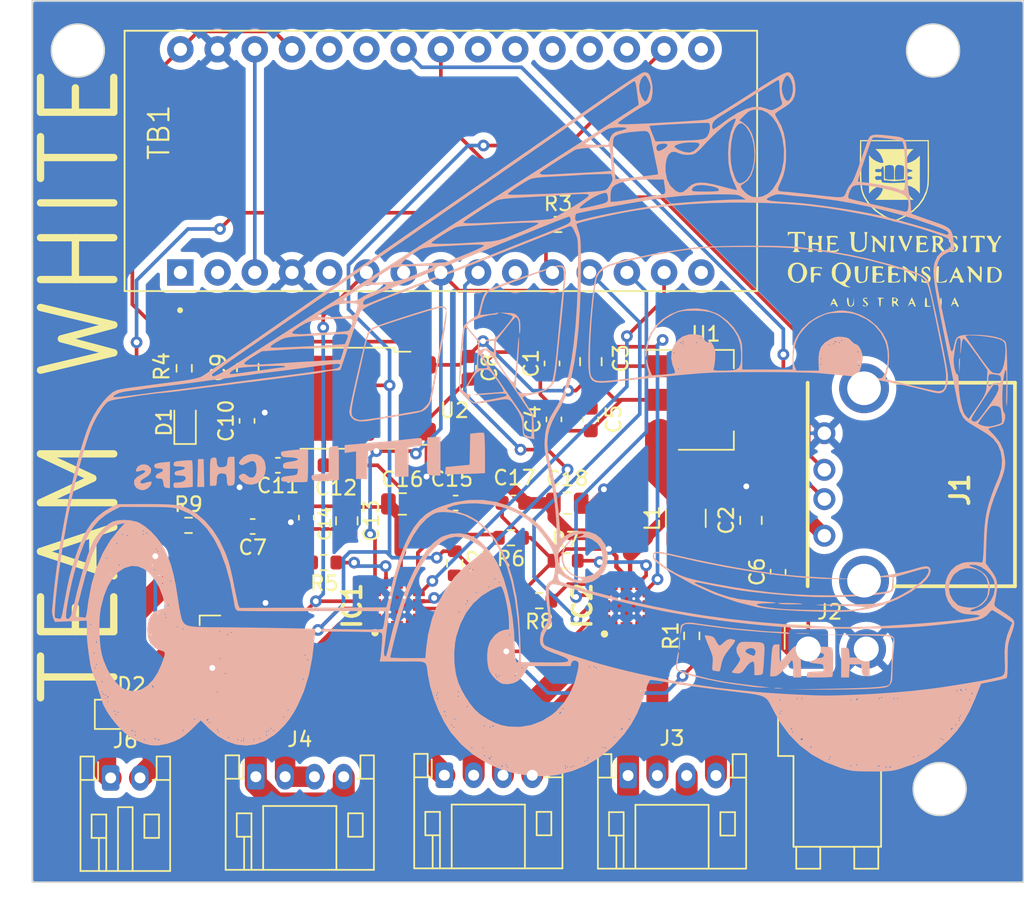
<source format=kicad_pcb>
(kicad_pcb (version 20221018) (generator pcbnew)
  (layers (0 "F.Cu" signal) (31 "B.Cu" signal) (34 "B.Paste" user) (35 "F.Paste" user) (36 "B.SilkS" user "B.Silkscreen") (37 "F.SilkS" user "F.Silkscreen") (38 "B.Mask" user) (39 "F.Mask" user) (44 "Edge.Cuts" user))
  (net 0 "")
  (net 1 "Net-(D1-A)")
  (net 2 "GND")
  (net 3 "+5V")
  (net 4 "3V3")
  (net 5 "7.2V Filtered")
  (net 6 "+7.2V")
  (net 7 "B1-")
  (net 8 "nFault_back")
  (net 9 "nFault_front")
  (net 10 "Net-(IC2-AIPROPI)")
  (net 11 "Net-(IC2-BIPROPI)")
  (net 12 "Net-(IC1-BIPROPI)")
  (net 13 "Net-(IC1-AIPROPI)")
  (net 14 "AIN1")
  (net 15 "B1+")
  (net 16 "AIN2")
  (net 17 "SWIVVEL-")
  (net 18 "SWIVVEL+")
  (net 19 "PUMP_ON")
  (net 20 "Net-(Q1-G)")
  (net 21 "I2C_SCL")
  (net 22 "I2C_SDA")
  (net 26 "Net-(TB1-RESET-Pad28)")
  (net 29 "PUMP-")
  (net 40 "F1-")
  (net 41 "F1+")
  (net 42 "RAISE+")
  (net 43 "RAISE-")
  (net 44 "SWIVVELIN1")
  (net 45 "RAISEIN1")
  (net 46 "RAISEIN2")
  (net 47 "SWIVVELIN2")
  (footprint "Resistor_SMD:R_0603_1608Metric" (layer "F.Cu") (at 148.35 90.795 -90)
    (fp_text reference "R2")
    (fp_text value "10k")
  )
  (footprint "Capacitor_SMD:C_0603_1608Metric" (layer "F.Cu") (at 148.41 86.68 180)
    (fp_text reference "C15")
    (fp_text value "100nF")
  )
  (footprint "Inductor_SMD:L_1210_3225Metric" (layer "F.Cu") (at 164.12 87.72 90)
    (fp_text reference "L1")
    (fp_text value "100uH")
  )
  (footprint "Connector_JST:JST_VH_B2PS-VH_1x02_P3.96mm_Horizontal" (layer "F.Cu") (at 172.48 96.645)
    (fp_text reference "J2")
    (fp_text value "Screw_Terminal_01x02")
  )
  (footprint "Resistor_SMD:R_0603_1608Metric" (layer "F.Cu") (at 155.4 67.65)
    (fp_text reference "R3")
    (fp_text value "10")
  )
  (footprint "Capacitor_SMD:C_0603_1608Metric" (layer "F.Cu") (at 134.17 81.065 90)
    (fp_text reference "C10")
    (fp_text value "100nF")
  )
  (footprint "Connector_JST:JST_PH_S2B-PH-K_1x02_P2.00mm_Horizontal" (layer "F.Cu") (at 124.86 105.45)
    (fp_text reference "J6")
    (fp_text value "Screw_Terminal_01x02")
  )
  (footprint "Capacitor_SMD:C_0603_1608Metric" (layer "F.Cu") (at 149.29 77.44 -90)
    (fp_text reference "C8")
    (fp_text value "10uF")
  )
  (footprint "Capacitor_SMD:C_0805_2012Metric" (layer "F.Cu") (at 157.64 77.02 90)
    (fp_text reference "C3")
    (fp_text value "10uF")
  )
  (footprint "Nano_Shield:SHIELD_ARDUINO_NANO" (layer "F.Cu") (at 147.4 63.31 90)
    (fp_text reference "TB1")
    (fp_text value "ARDUINO_NANO")
  )
  (footprint "Resistor_SMD:R_0603_1608Metric" (layer "F.Cu") (at 154.12 93.35 180)
    (fp_text reference "R8")
    (fp_text value "R")
  )
  (footprint "Resistor_SMD:R_0603_1608Metric" (layer "F.Cu") (at 152.185 89.05 180)
    (fp_text reference "R6")
    (fp_text value "R")
  )
  (footprint "Capacitor_SMD:C_0603_1608Metric" (layer "F.Cu") (at 154.99 77.145 90)
    (fp_text reference "C1")
    (fp_text value "100nF")
  )
  (footprint "61400416021:USB-2.0-TYPE-A" (layer "F.Cu") (at 186.59 85.41 90)
    (fp_text reference "J1")
    (fp_text value "USB_A" hide)
  )
  (footprint "LOGO" (layer "F.Cu") (at 178.39 67.57)
    (fp_text reference "G***" hide)
    (fp_text value "LOGO" hide)
  )
  (footprint "Capacitor_SMD:C_0805_2012Metric" (layer "F.Cu") (at 134.22 77.43 -90)
    (fp_text reference "C9")
    (fp_text value "10uF")
  )
  (footprint "Capacitor_SMD:C_0805_2012Metric" (layer "F.Cu") (at 144.77 86.74)
    (fp_text reference "C16")
    (fp_text value "10uF" hide)
  )
  (footprint "Capacitor_SMD:C_0805_2012Metric" (layer "F.Cu") (at 140.98 87.895 -90)
    (fp_text reference "C13")
    (fp_text value "10uF")
  )
  (footprint "Resistor_SMD:R_0603_1608Metric" (layer "F.Cu") (at 130.175 88.2)
    (fp_text reference "R9")
    (fp_text value "10k")
  )
  (footprint "Capacitor_SMD:C_0603_1608Metric" (layer "F.Cu") (at 155.12 80.965 90)
    (fp_text reference "C4")
    (fp_text value "100nF")
  )
  (footprint "DRV8411ARTER:QFN50P300X300X80-17N-D" (layer "F.Cu") (at 144.405 93.635 90)
    (fp_text reference "IC1")
    (fp_text value "DRV8411ARTER" hide)
  )
  (footprint "Capacitor_SMD:C_0805_2012Metric" (layer "F.Cu") (at 168.57 87.86 90)
    (fp_text reference "C2")
    (fp_text value "10uF")
  )
  (footprint "Capacitor_SMD:C_0603_1608Metric" (layer "F.Cu") (at 134.555 88.28 180)
    (fp_text reference "C7")
    (fp_text value "100nF")
  )
  (footprint "Capacitor_SMD:C_0603_1608Metric" (layer "F.Cu") (at 170.42 91.375 90)
    (fp_text reference "C6")
    (fp_text value "100nF")
  )
  (footprint "Resistor_SMD:R_0603_1608Metric" (layer "F.Cu") (at 139.44 90.74 180)
    (fp_text reference "R5")
    (fp_text value "R")
  )
  (footprint "Diode_SMD:D_SOD-123" (layer "F.Cu") (at 126.14 101.11)
    (fp_text reference "D2")
    (fp_text value "D_Schottky")
  )
  (footprint "Resistor_SMD:R_0603_1608Metric" (layer "F.Cu") (at 164.53 95.75 90)
    (fp_text reference "R1")
    (fp_text value "10k")
  )
  (footprint "Capacitor_SMD:C_0603_1608Metric" (layer "F.Cu") (at 152.355 86.67 180)
    (fp_text reference "C17")
    (fp_text value "100nF")
  )
  (footprint "Capacitor_SMD:C_0603_1608Metric" (layer "F.Cu") (at 138.22 87.675 -90)
    (fp_text reference "C14")
    (fp_text value "100nF")
  )
  (footprint "Connector_JST:JST_PH_S4B-PH-K_1x04_P2.00mm_Horizontal" (layer "F.Cu") (at 134.77 105.37)
    (fp_text reference "J4")
    (fp_text value "Screw_Terminal_01x04")
  )
  (footprint "Capacitor_SMD:C_0805_2012Metric" (layer "F.Cu") (at 156.03 86.69)
    (fp_text reference "C18")
    (fp_text value "10uF")
  )
  (footprint "Package_TO_SOT_SMD:SOT-323_SC-70_Handsoldering" (layer "F.Cu") (at 131.67 95.52 180)
    (fp_text reference "Q1")
    (fp_text value "Q_NMOS_GSD")
  )
  (footprint "Connector_JST:JST_PH_S4B-PH-K_1x04_P2.00mm_Horizontal" (layer "F.Cu") (at 147.64 105.27)
    (fp_text reference "J5")
    (fp_text value "Screw_Terminal_01x04")
  )
  (footprint "Resistor_SMD:R_0603_1608Metric" (layer "F.Cu") (at 155.915 90.62)
    (fp_text reference "R7")
    (fp_text value "R")
  )
  (footprint "LED_SMD:LED_0603_1608Metric" (layer "F.Cu") (at 129.94 81.16 90)
    (fp_text reference "D1")
    (fp_text value "PWR")
  )
  (footprint "Connector_JST:JST_PH_S4B-PH-K_1x04_P2.00mm_Horizontal" (layer "F.Cu") (at 160.18 105.29)
    (fp_text reference "J3")
    (fp_text value "Screw_Terminal_01x04")
  )
  (footprint "Package_TO_SOT_SMD:SOT-223-3_TabPin2" (layer "F.Cu") (at 165.49 79.63)
    (fp_text reference "U1")
    (fp_text value "NCP1117-5.0_SOT223")
  )
  (footprint "Capacitor_SMD:C_0603_1608Metric" (layer "F.Cu") (at 157.63 80.965 90)
    (fp_text reference "C5")
    (fp_text value "100nF")
  )
  (footprint "Capacitor_SMD:C_0603_1608Metric" (layer "F.Cu") (at 140.215 84.1)
    (fp_text reference "C12")
    (fp_text value "100nF")
  )
  (footprint "Package_TO_SOT_SMD:TO-252-2" (layer "F.Cu") (at 140.92 79.52 180)
    (fp_text reference "U2")
    (fp_text value "NCP1117-3.3_TO252")
  )
  (footprint "DRV8411ARTER:QFN50P300X300X80-17N-D" (layer "F.Cu") (at 160.07 93.72 90)
    (fp_text reference "IC2")
    (fp_text value "DRV8411ARTER" hide)
  )
  (footprint "Resistor_SMD:R_0603_1608Metric" (layer "F.Cu") (at 129.88 77.475 -90)
    (fp_text reference "R4")
    (fp_text value "200")
  )
  (footprint "Capacitor_SMD:C_0603_1608Metric" (layer "F.Cu") (at 136.275 84.1)
    (fp_text reference "C11")
    (fp_text value "100nF")
  )
  (footprint "LOGO" (layer "B.Cu") (at 152.05 81.14 180)
    (fp_text reference "G***" hide)
    (fp_text value "LOGO" hide)
  )
  (gr_circle (center 181.45 106.21) (end 181.45 108.02) (stroke (width 0.1)) (fill none) (layer "Edge.Cuts"))
  (gr_circle (center 122.62 55.77) (end 122.62 57.58) (stroke (width 0.1)) (fill none) (layer "Edge.Cuts"))
  (gr_circle (center 181 55.77) (end 181 57.58) (stroke (width 0.1)) (fill none) (layer "Edge.Cuts"))
  (gr_rect (start 119.51 52.37) (end 187.17 112.57) (stroke (width 0.1)) (fill none) (layer "Edge.Cuts"))
  (gr_text "TEAM WHITE" (at 125.71 100.79 90) (layer "F.SilkS") (effects (font (size 5 5) (thickness 0.5)) (justify left bottom)))
  (segment (start 129.88 80.3125) (end 129.94 80.3725) (width 0.25) (layer "F.Cu") (net 1))
  (segment (start 129.88 78.3) (end 129.88 80.3125) (width 0.25) (layer "F.Cu") (net 1))
  (segment (start 138.22 88.45) (end 140.585 88.45) (width 0.25) (layer "F.Cu") (net 2))
  (segment (start 168.57 86.91) (end 168.57 85.86) (width 0.25) (layer "F.Cu") (net 2))
  (segment (start 138.22 88.45) (end 137.62 88.45) (width 0.25) (layer "F.Cu") (net 2))
  (segment (start 143.655 95.135) (end 143.655 94.385) (width 0.25) (layer "F.Cu") (net 2))
  (segment (start 131 88.2) (end 133.7 88.2) (width 0.25) (layer "F.Cu") (net 2))
  (segment (start 159.82 91.47) (end 159.38 91.03) (width 0.3) (layer "F.Cu") (net 2))
  (segment (start 144.155 92.135) (end 144.155 93.385) (width 0.25) (layer "F.Cu") (net 2))
  (segment (start 159.32 94.47) (end 160.07 93.72) (width 0.25) (layer "F.Cu") (net 2))
  (segment (start 143.08 84.1) (end 145.72 86.74) (width 0.25) (layer "F.Cu") (net 2))
  (segment (start 154.19 79.26) (end 154.19 77.17) (width 0.25) (layer "F.Cu") (net 2))
  (segment (start 155.09 90.62) (end 155.89 89.82) (width 0.25) (layer "F.Cu") (net 2))
  (segment (start 168.57 85.86) (end 168.25 85.54) (width 0.25) (layer "F.Cu") (net 2))
  (segment (start 134.22 80.24) (end 134.17 80.29) (width 0.25) (layer "F.Cu") (net 2))
  (segment (start 134.22 78.38) (end 134.22 80.24) (width 0.25) (layer "F.Cu") (net 2))
  (segment (start 144.155 93.385) (end 144.405 93.635) (width 0.25) (layer "F.Cu") (net 2))
  (segment (start 137.62 88.45) (end 137.16 87.99) (width 0.25) (layer "F.Cu") (net 2))
  (segment (start 133 94.87) (end 134.06 94.87) (width 1.5) (layer "F.Cu") (net 2))
  (segment (start 145.155 95.135) (end 145.155 94.385) (width 0.25) (layer "F.Cu") (net 2))
  (segment (start 137.05 84.1) (end 137.85 84.9) (width 0.25) (layer "F.Cu") (net 2))
  (segment (start 145.96 81.545) (end 149.29 78.215) (width 0.25) (layer "F.Cu") (net 2))
  (segment (start 129.94 81.9475) (end 132.5125 81.9475) (width 0.25) (layer "F.Cu") (net 2))
  (segment (start 170.42 88.76) (end 168.57 86.91) (width 0.25) (layer "F.Cu") (net 2))
  (segment (start 157.58 86.69) (end 158.53 85.74) (width 0.25) (layer "F.Cu") (net 2))
  (segment (start 153.52 89.05) (end 153.01 89.05) (width 0.25) (layer "F.Cu") (net 2))
  (segment (start 140.585 88.45) (end 140.98 88.845) (width 0.25) (layer "F.Cu") (net 2))
  (segment (start 135.55 85.6) (end 137.05 84.1) (width 0.25) (layer "F.Cu") (net 2))
  (segment (start 145.72 86.74) (end 145.72 85.57) (width 0.25) (layer "F.Cu") (net 2))
  (segment (start 159.82 93.47) (end 160.07 93.72) (width 0.25) (layer "F.Cu") (net 2))
  (segment (start 153.295 92.415) (end 155.09 90.62) (width 0.25) (layer "F.Cu") (net 2))
  (segment (start 159.32 95.22) (end 159.32 94.47) (width 0.25) (layer "F.Cu") (net 2))
  (segment (start 153.01 89.05) (end 151.58 87.62) (width 0.25) (layer "F.Cu") (net 2))
  (segment (start 149.29 78.215) (end 151.135 76.37) (width 0.25) (layer "F.Cu") (net 2))
  (segment (start 134.17 80.29) (end 135.17 80.29) (width 0.25) (layer "F.Cu") (net 2))
  (segment (start 138.615 90.74) (end 138.615 88.845) (width 0.25) (layer "F.Cu") (net 2))
  (segment (start 158.86 89.82) (end 158.87 89.81) (width 0.25) (layer "F.Cu") (net 2))
  (segment (start 155.09 90.62) (end 153.52 89.05) (width 0.25) (layer "F.Cu") (net 2))
  (segment (start 133.66 85.6) (end 135.55 85.6) (width 0.25) (layer "F.Cu") (net 2))
  (segment (start 153.295 93.35) (end 153.295 92.415) (width 0.25) (layer "F.Cu") (net 2))
  (segment (start 138.615 88.845) (end 138.22 88.45) (width 0.25) (layer "F.Cu") (net 2))
  (segment (start 162.34 77.33) (end 158.9 77.33) (width 0.25) (layer "F.Cu") (net 2))
  (segment (start 155.12 80.19) (end 154.19 79.26) (width 0.25) (layer "F.Cu") (net 2))
  (segment (start 159.38 91.03) (end 159.38 90.32) (width 0.3) (layer "F.Cu") (net 2))
  (segment (start 147.635 83.475) (end 145.96 81.8) (width 0.25) (layer "F.Cu") (net 2))
  (segment (start 145.96 81.8) (end 145.96 81.545) (width 0.25) (layer "F.Cu") (net 2))
  (segment (start 156.98 86.69) (end 157.58 86.69) (width 0.25) (layer "F.Cu") (net 2))
  (segment (start 154.19 77.17) (end 154.99 76.37) (width 0.25) (layer "F.Cu") (net 2))
  (segment (start 155.29 76.07) (end 154.99 76.37) (width 0.25) (layer "F.Cu") (net 2))
  (segment (start 133.7 88.2) (end 133.78 88.28) (width 0.25) (layer "F.Cu") (net 2))
  (segment (start 160.82 95.22) (end 160.82 94.47) (width 0.25) (layer "F.Cu") (net 2))
  (segment (start 145.72 85.57) (end 146.42 84.87) (width 0.25) (layer "F.Cu") (net 2))
  (segment (start 170.42 90.6) (end 170.42 88.76) (width 0.25) (layer "F.Cu") (net 2))
  (segment (start 155.12 80.19) (end 157.63 80.19) (width 0.25) (layer "F.Cu") (net 2))
  (segment (start 135.17 80.29) (end 135.38 80.5) (width 0.25) (layer "F.Cu") (net 2))
  (segment (start 146.42 82.26) (end 145.96 81.8) (width 0.25) (layer "F.Cu") (net 2))
  (segment (start 160.82 94.47) (end 160.07 93.72) (width 0.25) (layer "F.Cu") (net 2))
  (segment (start 133.78 85.72) (end 133.66 85.6) (width 0.25) (layer "F.Cu") (net 2))
  (segment (start 151.135 76.37) (end 154.99 76.37) (width 0.25) (layer "F.Cu") (net 2))
  (segment (start 151.58 87.62) (end 151.58 86.67) (width 0.25) (layer "F.Cu") (net 2))
  (segment (start 157.64 76.07) (end 155.29 76.07) (width 0.25) (layer "F.Cu") (net 2))
  (segment (start 155.89 89.82) (end 158.86 89.82) (width 0.25) (layer "F.Cu") (net 2))
  (segment (start 133.78 88.28) (end 133.78 85.72) (width 0.25) (layer "F.Cu") (net 2))
  (segment (start 145.155 94.385) (end 144.405 93.635) (width 0.25) (layer "F.Cu") (net 2))
  (segment (start 140.99 84.1) (end 143.08 84.1) (width 0.25) (layer "F.Cu") (net 2))
  (segment (start 158.9 77.33) (end 157.64 76.07) (width 0.25) (layer "F.Cu") (net 2))
  (segment (start 143.655 94.385) (end 144.405 93.635) (width 0.25) (layer "F.Cu") (net 2))
  (segment (start 132.5125 81.9475) (end 134.17 80.29) (width 0.25) (layer "F.Cu") (net 2))
  (segment (start 147.635 86.68) (end 147.635 83.475) (width 0.25) (layer "F.Cu") (net 2))
  (segment (start 140.19 84.9) (end 140.99 84.1) (width 0.25) (layer "F.Cu") (net 2))
  (segment (start 134.06 94.87) (end 135.43 93.5) (width 1.5) (layer "F.Cu") (net 2))
  (segment (start 159.82 92.22) (end 159.82 93.47) (width 0.25) (layer "F.Cu") (net 2))
  (segment (start 146.42 84.87) (end 146.42 82.26) (width 0.25) (layer "F.Cu") (net 2))
  (segment (start 159.38 90.32) (end 158.87 89.81) (width 0.3) (layer "F.Cu") (net 2))
  (segment (start 159.82 92.22) (end 159.82 91.47) (width 0.3) (layer "F.Cu") (net 2))
  (segment (start 137.85 84.9) (end 140.19 84.9) (width 0.25) (layer "F.Cu") (net 2))
  (via (at 135.43 93.5) (size 0.8) (drill 0.4) (layers "F.Cu" "B.Cu") (net 2))
  (via (at 137.16 87.99) (size 0.8) (drill 0.4) (layers "F.Cu" "B.Cu") (net 2))
  (via (at 135.38 80.5) (size 0.8) (drill 0.4) (layers "F.Cu" "B.Cu") (net 2))
  (via (at 146.42 84.87) (size 0.8) (drill 0.4) (layers "F.Cu" "B.Cu") (net 2))
  (via (at 133.66 85.6) (size 0.8) (drill 0.4) (layers "F.Cu" "B.Cu") (net 2))
  (via (at 158.87 89.81) (size 0.8) (drill 0.4) (layers "F.Cu" "B.Cu") (net 2))
  (via (at 168.25 85.54) (size 0.8) (drill 0.4) (layers "F.Cu" "B.Cu") (net 2))
  (via (at 158.53 85.74) (size 0.8) (drill 0.4) (layers "F.Cu" "B.Cu") (net 2))
  (segment (start 158.87 89.81) (end 158.87 86.08) (width 0.3) (layer "B.Cu") (net 2))
  (segment (start 134.77 85.6) (end 133.66 85.6) (width 0.25) (layer "B.Cu") (net 2))
  (segment (start 146.77 85.22) (end 146.42 84.87) (width 0.25) (layer "B.Cu") (net 2))
  (segment (start 158.87 86.08) (end 158.53 85.74) (width 0.3) (layer "B.Cu") (net 2))
  (segment (start 171.88 81.91) (end 173.58 81.91) (width 0.25) (layer "B.Cu") (net 2))
  (segment (start 135.38 80.5) (end 133.66 82.22) (width 0.25) (layer "B.Cu") (net 2))
  (segment (start 137.16 87.99) (end 134.77 85.6) (width 0.25) (layer "B.Cu") (net 2))
  (segment (start 133.66 82.22) (end 133.66 85.6) (width 0.25) (layer "B.Cu") (net 2))
  (segment (start 168.25 85.54) (end 171.88 81.91) (width 0.25) (layer "B.Cu") (net 2))
  (segment (start 158.87 89.655402) (end 158.87 89.81) (width 0.25) (layer "B.Cu") (net 2))
  (segment (start 173.58 88.91) (end 168.64 83.97) (width 1) (layer "F.Cu") (net 3))
  (segment (start 168.64 83.97) (end 168.64 79.63) (width 1) (layer "F.Cu") (net 3))
  (segment (start 156.61 79) (end 157.64 77.97) (width 0.25) (layer "F.Cu") (net 3))
  (segment (start 148.715 77.24) (end 149.29 76.665) (width 0.25) (layer "F.Cu") (net 3))
  (segment (start 129.88 76.65) (end 126.34 73.11) (width 0.25) (layer "F.Cu") (net 3))
  (segment (start 130.845 54.465) (end 136.015 54.465) (width 0.25) (layer "F.Cu") (net 3))
  (segment (start 155.04 77.97) (end 154.99 77.92) (width 0.25) (layer "F.Cu") (net 3))
  (segment (start 156.09 79) (end 156.61 79) (width 0.25) (layer "F.Cu") (net 3))
  (segment (start 159.3 79.63) (end 157.64 77.97) (width 0.25) (layer "F.Cu") (net 3))
  (segment (start 162.34 79.63) (end 159.3 79.63) (width 0.25) (layer "F.Cu") (net 3))
  (segment (start 144.375 75.655) (end 145.96 77.24) (width 0.25) (layer "F.Cu") (net 3))
  (segment (start 136.015 54.465) (end 137.24 55.69) (width 0.25) (layer "F.Cu") (net 3))
  (segment (start 149.29 76.665) (end 149.29 76.61) (width 0.25) (layer "F.Cu") (net 3))
  (segment (start 157.63 81.74) (end 159.74 79.63) (width 0.25) (layer "F.Cu") (net 3))
  (segment (start 126.34 73.11) (end 126.34 58.97) (width 0.25) (layer "F.Cu") (net 3))
  (segment (start 145.96 77.24) (end 148.715 77.24) (width 0.25) (layer "F.Cu") (net 3))
  (segment (start 149.29 76.61) (end 150.28 75.62) (width 0.25) (layer "F.Cu") (net 3))
  (segment (start 130.875 75.655) (end 144.375 75.655) (width 0.25) (layer "F.Cu") (net 3))
  (segment (start 129.62 55.69) (end 130.845 54.465) (width 0.25) (layer "F.Cu") (net 3))
  (segment (start 162.34 79.63) (end 168.64 79.63) (width 1) (layer "F.Cu") (net 3))
  (segment (start 159.74 79.63) (end 162.34 79.63) (width 0.25) (layer "F.Cu") (net 3))
  (segment (start 157.64 77.97) (end 155.04 77.97) (width 0.25) (layer "F.Cu") (net 3))
  (segment (start 126.34 58.97) (end 129.62 55.69) (width 0.25) (layer "F.Cu") (net 3))
  (segment (start 129.88 76.65) (end 130.875 75.655) (width 0.25) (layer "F.Cu") (net 3))
  (segment (start 155.12 81.74) (end 157.63 81.74) (width 0.25) (layer "F.Cu") (net 3))
  (via (at 150.28 75.62) (size 0.8) (drill 0.4) (layers "F.Cu" "B.Cu") (net 3))
  (via (at 156.09 79) (size 0.8) (drill 0.4) (layers "F.Cu" "B.Cu") (net 3))
  (segment (start 153.66 79) (end 156.09 79) (width 0.25) (layer "B.Cu") (net 3))
  (segment (start 150.28 75.62) (end 153.66 79) (width 0.25) (layer "B.Cu") (net 3))
  (segment (start 155.465305 96.81) (end 151.87 96.81) (width 0.25) (layer "F.Cu") (net 4))
  (segment (start 148.35 89.97) (end 147.56 89.97) (width 0.25) (layer "F.Cu") (net 4))
  (segment (start 136.47 76.48) (end 137.985 77.995) (width 0.25) (layer "F.Cu") (net 4))
  (segment (start 141.98 78.64) (end 141.335 77.995) (width 0.25) (layer "F.Cu") (net 4))
  (segment (start 142.905 93.885) (end 140.476518 93.885) (width 0.25) (layer "F.Cu") (net 4))
  (segment (start 156.07 62.26) (end 150.31 62.26) (width 0.25) (layer "F.Cu") (net 4))
  (segment (start 143.9 78.64) (end 141.98 78.64) (width 0.25) (layer "F.Cu") (net 4))
  (segment (start 163.9 98.49) (end 164.53 97.86) (width 0.25) (layer "F.Cu") (net 4))
  (segment (start 135.5 84.1) (end 137.985 81.615) (width 0.25) (layer "F.Cu") (net 4))
  (segment (start 158.57 93.97) (end 157.96 93.97) (width 0.25) (layer "F.Cu") (net 4))
  (segment (start 164.53 97.86) (end 164.53 96.575) (width 0.25) (layer "F.Cu") (net 4))
  (segment (start 147.56 89.97) (end 147.12 90.41) (width 0.25) (layer "F.Cu") (net 4))
  (segment (start 139.44 84.1) (end 139.44 82.5) (width 0.25) (layer "F.Cu") (net 4))
  (segment (start 137.985 81.615) (end 137.985 81.045) (width 0.25) (layer "F.Cu") (net 4))
  (segment (start 148.35 89.97) (end 151.83 93.45) (width 0.25) (layer "F.Cu") (net 4))
  (segment (start 134.22 76.48) (end 136.47 76.48) (width 0.25) (layer "F.Cu") (net 4))
  (segment (start 157.75 94.525305) (end 155.465305 96.81) (width 0.25) (layer "F.Cu") (net 4))
  (segment (start 139.44 82.5) (end 137.985 81.045) (width 0.25) (layer "F.Cu") (net 4))
  (segment (start 162.64 55.69) (end 156.07 62.26) (width 0.25) (layer "F.Cu") (net 4))
  (segment (start 137.19 81.84) (end 137.985 81.045) (width 0.25) (layer "F.Cu") (net 4))
  (segment (start 157.75 94.18) (end 157.75 94.525305) (width 0.25) (layer "F.Cu") (net 4))
  (segment (start 134.17 81.84) (end 137.19 81.84) (width 0.25) (layer "F.Cu") (net 4))
  (segment (start 157.96 93.97) (end 157.75 94.18) (width 0.25) (layer "F.Cu") (net 4))
  (segment (start 151.87 93.49) (end 151.83 93.45) (width 0.25) (layer "F.Cu") (net 4))
  (segment (start 140.476518 93.885) (end 139.015759 95.345759) (width 0.25) (layer "F.Cu") (net 4))
  (segment (start 151.87 96.81) (end 151.87 93.49) (width 0.25) (layer "F.Cu") (net 4))
  (via (at 139.015759 95.345759) (size 0.8) (drill 0.4) (layers "F.Cu" "B.Cu") (net 4))
  (via (at 147.12 90.41) (size 0.8) (drill 0.4) (layers "F.Cu" "B.Cu") (net 4))
  (via (at 150.31 62.26) (size 0.8) (drill 0.4) (layers "F.Cu" "B.Cu") (net 4))
  (via (at 143.9 78.64) (size 0.8) (drill 0.4) (layers "F.Cu" "B.Cu") (net 4))
  (via (at 163.9 98.49) (size 0.8) (drill 0.4) (layers "F.Cu" "B.Cu") (net 4))
  (via (at 151.87 96.81) (size 0.8) (drill 0.4) (layers "F.Cu" "B.Cu") (net 4))
  (segment (start 154.71 99.65) (end 151.87 96.81) (width 0.25) (layer "B.Cu") (net 4))
  (segment (start 139.015759 95.345759) (end 140.755 93.606518) (width 0.25) (layer "B.Cu") (net 4))
  (segment (start 149.257588 62.26) (end 141.095 70.422588) (width 0.25) (layer "B.Cu") (net 4))
  (segment (start 141.095 73.439695) (end 143.9 76.244695) (width 0.25) (layer "B.Cu") (net 4))
  (segment (start 161.94 99.65) (end 154.71 99.65) (width 0.25) (layer "B.Cu") (net 4))
  (segment (start 141.184695 90.02) (end 143.68 90.02) (width 0.25) (layer "B.Cu") (net 4))
  (segment (start 140.755 90.449695) (end 141.184695 90.02) (width 0.25) (layer "B.Cu") (net 4))
  (segment (start 143.68 90.02) (end 143.9 90.24) (width 0.25) (layer "B.Cu") (net 4))
  (segment (start 162.74 99.65) (end 163.9 98.49) (width 0.25) (layer "B.Cu") (net 4))
  (segment (start 144.07 90.41) (end 143.9 90.24) (width 0.25) (layer "B.Cu") (net 4))
  (segment (start 143.9 90.24) (end 143.9 78.64) (width 0.25) (layer "B.Cu") (net 4))
  (segment (start 161.94 99.65) (end 162.74 99.65) (width 0.25) (layer "B.Cu") (net 4))
  (segment (start 150.31 62.26) (end 149.257588 62.26) (width 0.25) (layer "B.Cu") (net 4))
  (segment (start 143.9 76.244695) (end 143.9 78.64) (width 0.25) (layer "B.Cu") (net 4))
  (segment (start 147.12 90.41) (end 144.07 90.41) (width 0.25) (layer "B.Cu") (net 4))
  (segment (start 140.755 93.606518) (end 140.755 90.449695) (width 0.25) (layer "B.Cu") (net 4))
  (segment (start 141.095 70.422588) (end 141.095 73.439695) (width 0.25) (layer "B.Cu") (net 4))
  (segment (start 136.71 86.9) (end 138.22 86.9) (width 0.25) (layer "F.Cu") (net 5))
  (segment (start 166.61 88.81) (end 164.12 86.32) (width 0.25) (layer "F.Cu") (net 5))
  (segment (start 124.49 96.265) (end 128.325 92.43) (width 1.5) (layer "F.Cu") (net 5))
  (segment (start 144.745 88.105) (end 147.851726 88.105) (width 0.8) (layer "F.Cu") (net 5))
  (segment (start 161.17 88.81) (end 156.238812 88.81) (width 0.8) (layer "F.Cu") (net 5))
  (segment (start 153.13 86.67) (end 155.06 86.67) (width 0.8) (layer "F.Cu") (net 5))
  (segment (start 156.238812 88.81) (end 155.08 87.651188) (width 0.8) (layer "F.Cu") (net 5))
  (segment (start 155.06 86.67) (end 155.08 86.69) (width 0.8) (layer "F.Cu") (net 5))
  (segment (start 140.935 86.9) (end 140.98 86.945) (width 0.25) (layer "F.Cu") (net 5))
  (segment (start 149.185 86.68) (end 150.27 85.595) (width 0.8) (layer "F.Cu") (net 5))
  (segment (start 144.87 87.79) (end 144.63 87.55) (width 0.25) (layer "F.Cu") (net 5))
  (segment (start 144.655 90.025) (end 144.63 90) (width 0.3) (layer "F.Cu") (net 5))
  (segment (start 124.49 101.11) (end 124.49 96.265) (width 1.5) (layer "F.Cu") (net 5))
  (segment (start 155.08 87.651188) (end 155.08 86.69) (width 0.8) (layer "F.Cu") (net 5))
  (segment (start 144.63 88.22) (end 144.63 90) (width 0.8) (layer "F.Cu") (net 5))
  (segment (start 124.49 105.08) (end 124.49 101.11) (width 1.5) (layer "F.Cu") (net 5))
  (segment (start 161.4 89.04) (end 164.12 86.32) (width 0.8) (layer "F.Cu") (net 5))
  (segment (start 149.185 86.771726) (end 149.185 86.68) (width 0.8) (layer "F.Cu") (net 5))
  (segment (start 168.57 88.81) (end 166.61 88.81) (width 0.25) (layer "F.Cu") (net 5))
  (segment (start 160.32 92.22) (end 160.32 90.12) (width 0.3) (layer "F.Cu") (net 5))
  (segment (start 138.22 86.9) (end 140.935 86.9) (width 0.25) (layer "F.Cu") (net 5))
  (segment (start 144.63 88.22) (end 144.745 88.105) (width 0.8) (layer "F.Cu") (net 5))
  (segment (start 161.4 89.04) (end 161.17 88.81) (width 0.8) (layer "F.Cu") (net 5))
  (segment (start 144.63 87.55) (end 144.63 88.22) (width 0.8) (layer "F.Cu") (net 5))
  (segment (start 152.146726 85.595) (end 153.13 86.578274) (width 0.8) (layer "F.Cu") (net 5))
  (segment (start 128.325 92.43) (end 133.15 92.43) (width 1.5) (layer "F.Cu") (net 5))
  (segment (start 144.655 92.135) (end 144.655 90.025) (width 0.3) (layer "F.Cu") (net 5))
  (segment (start 160.32 90.12) (end 161.4 89.04) (width 1) (layer "F.Cu") (net 5))
  (segment (start 143.615 86.945) (end 143.82 86.74) (width 0.25) (layer "F.Cu") (net 5))
  (segment (start 135.33 88.28) (end 136.71 86.9) (width 0.25) (layer "F.Cu") (net 5))
  (segment (start 124.86 105.45) (end 124.49 105.08) (width 1.5) (layer "F.Cu") (net 5))
  (segment (start 162.34 84.54) (end 164.12 86.32) (width 2) (layer "F.Cu") (net 5))
  (segment (start 162.34 81.93) (end 162.34 84.54) (width 2) (layer "F.Cu") (net 5))
  (segment (start 135.33 90.25) (end 135.33 88.28) (width 1.5) (layer "F.Cu") (net 5))
  (segment (start 140.98 86.945) (end 143.615 86.945) (width 0.25) (layer "F.Cu") (net 5))
  (segment (start 143.82 86.74) (end 144.63 87.55) (width 0.8) (layer "F.Cu") (net 5))
  (segment (start 150.27 85.595) (end 152.146726 85.595) (width 0.8) (layer "F.Cu") (net 5))
  (segment (start 147.851726 88.105) (end 149.185 86.771726) (width 0.8) (layer "F.Cu") (net 5))
  (segment (start 133.15 92.43) (end 135.33 90.25) (width 1.5) (layer "F.Cu") (net 5))
  (segment (start 171.645 96.645) (end 172.48 96.645) (width 1.5) (layer "F.Cu") (net 6))
  (segment (start 172.48 94.21) (end 172.48 96.645) (width 0.25) (layer "F.Cu") (net 6))
  (segment (start 170.42 92.15) (end 172.48 94.21) (width 0.25) (layer "F.Cu") (net 6))
  (segment (start 164.12 89.12) (end 171.645 96.645) (width 1.5) (layer "F.Cu") (net 6))
  (segment (start 144.155 95.795) (end 142.975 96.975) (width 0.3) (layer "F.Cu") (net 7))
  (segment (start 136.77 105.37) (end 138.77 105.37) (width 1.4) (layer "F.Cu") (net 7))
  (segment (start 136.77 103.18) (end 136.77 105.37) (width 1.4) (layer "F.Cu") (net 7))
  (segment (start 142.975 96.975) (end 136.77 103.18) (width 1.4) (layer "F.Cu") (net 7))
  (segment (start 144.155 95.135) (end 144.155 95.795) (width 0.3) (layer "F.Cu") (net 7))
  (segment (start 145.905 93.885) (end 148.665 93.885) (width 0.25) (layer "F.Cu") (net 8))
  (segment (start 148.665 93.885) (end 148.96 93.59) (width 0.25) (layer "F.Cu") (net 8))
  (segment (start 148.96 92.23) (end 148.35 91.62) (width 0.25) (layer "F.Cu") (net 8))
  (segment (start 148.96 93.59) (end 148.96 92.23) (width 0.25) (layer "F.Cu") (net 8))
  (segment (start 161.57 93.97) (end 163.575 93.97) (width 0.25) (layer "F.Cu") (net 9))
  (segment (start 163.575 93.97) (end 164.53 94.925) (width 0.25) (layer "F.Cu") (net 9))
  (segment (start 156.075 92.22) (end 159.32 92.22) (width 0.25) (layer "F.Cu") (net 10))
  (segment (start 154.945 93.35) (end 156.075 92.22) (width 0.25) (layer "F.Cu") (net 10))
  (segment (start 156.74 90.62) (end 158.15 90.62) (width 0.25) (layer "F.Cu") (net 11))
  (segment (start 161.41 91.63) (end 160.82 92.22) (width 0.25) (layer "F.Cu") (net 11))
  (segment (start 161.41 90.93) (end 161.41 91.63) (width 0.25) (layer "F.Cu") (net 11))
  (segment (start 158.15 90.62) (end 158.24 90.71) (width 0.25) (layer "F.Cu") (net 11))
  (via (at 158.24 90.71) (size 0.8) (drill 0.4) (layers "F.Cu" "B.Cu") (net 11))
  (via (at 161.41 90.93) (size 0.8) (drill 0.4) (layers "F.Cu" "B.Cu") (net 11))
  (segment (start 158.24 90.71) (end 161.19 90.71) (width 0.25) (layer "B.Cu") (net 11))
  (segment (start 161.19 90.71) (end 161.41 90.93) (width 0.25) (layer "B.Cu") (net 11))
  (segment (start 145.83 91.46) (end 145.83 90.07) (width 0.25) (layer "F.Cu") (net 12))
  (segment (start 145.83 90.07) (end 147.07 88.83) (width 0.25) (layer "F.Cu") (net 12))
  (segment (start 145.155 92.135) (end 145.83 91.46) (width 0.25) (layer "F.Cu") (net 12))
  (segment (start 151.14 88.83) (end 151.36 89.05) (width 0.25) (layer "F.Cu") (net 12))
  (segment (start 147.07 88.83) (end 151.14 88.83) (width 0.25) (layer "F.Cu") (net 12))
  (segment (start 143.655 91.010705) (end 143.6295 90.985205) (width 0.25) (layer "F.Cu") (net 13))
  (segment (start 143.655 92.135) (end 143.655 91.010705) (width 0.25) (layer "F.Cu") (net 13))
  (segment (start 141.48 90.75) (end 140.275 90.75) (width 0.25) (layer "F.Cu") (net 13))
  (segment (start 140.275 90.75) (end 140.265 90.74) (width 0.25) (layer "F.Cu") (net 13))
  (via (at 141.48 90.75) (size 0.8) (drill 0.4) (layers "F.Cu" "B.Cu") (net 13))
  (via (at 143.6295 90.985205) (size 0.8) (drill 0.4) (layers "F.Cu" "B.Cu") (net 13))
  (segment (start 141.715205 90.985205) (end 141.48 90.75) (width 0.25) (layer "B.Cu") (net 13))
  (segment (start 143.6295 90.985205) (end 141.715205 90.985205) (width 0.25) (layer "B.Cu") (net 13))
  (segment (start 164.47 93.47) (end 161.57 93.47) (width 0.25) (layer "F.Cu") (net 14))
  (segment (start 132.025 100.225) (end 138.865 93.385) (width 0.25) (layer "F.Cu") (net 14))
  (segment (start 167.255 106.955) (end 167.255 96.255) (width 0.25) (layer "F.Cu") (net 14))
  (segment (start 139.37 73.88) (end 139.37 74.69) (width 0.25) (layer "F.Cu") (net 14))
  (segment (start 163.06 111.15) (end 134.05 111.15) (width 0.25) (layer "F.Cu") (net 14))
  (segment (start 167.255 96.255) (end 164.47 93.47) (width 0.25) (layer "F.Cu") (net 14))
  (segment (start 163.06 111.15) (end 167.255 106.955) (width 0.25) (layer "F.Cu") (net 14))
  (segment (start 134.05 111.15) (end 132.025 109.125) (width 0.25) (layer "F.Cu") (net 14))
  (segment (start 132.025 109.125) (end 132.025 100.225) (width 0.25) (layer "F.Cu") (net 14))
  (segment (start 142.32 70.93) (end 139.37 73.88) (width 0.25) (layer "F.Cu") (net 14))
  (segment (start 138.865 93.385) (end 142.905 93.385) (width 0.25) (layer "F.Cu") (net 14))
  (via (at 138.865 93.385) (size 0.8) (drill 0.4) (layers "F.Cu" "B.Cu") (net 14))
  (via (at 139.37 74.69) (size 0.8) (drill 0.4) (layers "F.Cu" "B.Cu") (net 14))
  (segment (start 139.37 74.69) (end 139.37 92.88) (width 0.25) (layer "B.Cu") (net 14))
  (segment (start 139.37 92.88) (end 138.865 93.385) (width 0.25) (layer "B.Cu") (net 14))
  (segment (start 134.77 105.37) (end 134.77 105.837031) (width 1.5) (layer "F.Cu") (net 15))
  (segment (start 136.127969 107.195) (end 139.965 107.195) (width 1.5) (layer "F.Cu") (net 15))
  (segment (start 134.77 105.837031) (end 136.127969 107.195) (width 1.5) (layer "F.Cu") (net 15))
  (segment (start 140.77 106.39) (end 140.77 105.37) (width 1.5) (layer "F.Cu") (net 15))
  (segment (start 139.965 107.195) (end 140.77 106.39) (width 1.5) (layer "F.Cu") (net 15))
  (segment (start 134.77 101.5) (end 134.77 105.37) (width 1.5) (layer "F.Cu") (net 15))
  (segment (start 141.885 94.385) (end 140.835 95.435) (width 0.3) (layer "F.Cu") (net 15))
  (segment (start 142.905 94.385) (end 141.885 94.385) (width 0.3) (layer "F.Cu") (net 15))
  (segment (start 140.835 95.435) (end 134.77 101.5) (width 1.5) (layer "F.Cu") (net 15))
  (segment (start 162.54 75.54) (end 162.075 76.005) (width 0.25) (layer "F.Cu") (net 16))
  (segment (start 142.905 92.885) (end 142.905 89.145) (width 0.25) (layer "F.Cu") (net 16))
  (segment (start 159.155 76.005) (end 155.32 72.17) (width 0.25) (layer "F.Cu") (net 16))
  (segment (start 161.57 92.5) (end 162.19 91.88) (width 0.25) (layer "F.Cu") (net 16))
  (segment (start 145.5255 83.13) (end 145.6955 83.3) (width 0.25) (layer "F.Cu") (net 16))
  (segment (start 142.905 89.145) (end 142.57 88.81) (width 0.25) (layer "F.Cu") (net 16))
  (segment (start 161.57 92.97) (end 161.57 92.5) (width 0.25) (layer "F.Cu") (net 16))
  (segment (start 162.075 76.005) (end 159.155 76.005) (width 0.25) (layer "F.Cu") (net 16))
  (segment (start 148.64 72.17) (end 147.4 70.93) (width 0.25) (layer "F.Cu") (net 16))
  (segment (start 143 83.13) (end 145.5255 83.13) (width 0.25) (layer "F.Cu") (net 16))
  (segment (start 155.32 72.17) (end 148.64 72.17) (width 0.25) (layer "F.Cu") (net 16))
  (via (at 162.19 91.88) (size 0.8) (drill 0.4) (layers "F.Cu" "B.Cu") (net 16))
  (via (at 142.57 88.81) (size 0.8) (drill 0.4) (layers "F.Cu" "B.Cu") (net 16))
  (via (at 145.6955 83.3) (size 0.8) (drill 0.4) (layers "F.Cu" "B.Cu") (net 16))
  (via (at 162.54 75.54) (size 0.8) (drill 0.4) (layers "F.Cu" "B.Cu") (net 16))
  (via (at 143 83.13) (size 0.8) (drill 0.4) (layers "F.Cu" "B.Cu") (net 16))
  (segment (start 142.57 88.81) (end 142.57 83.56) (width 0.25) (layer "B.Cu") (net 16))
  (segment (start 162.19 81.51) (end 162.19 75.89) (width 0.25) (layer "B.Cu") (net 16))
  (segment (start 142.57 83.56) (end 143 83.13) (width 0.25) (layer "B.Cu") (net 16))
  (segment (start 147.4 81.5955) (end 147.4 79.21) (width 0.25) (layer "B.Cu") (net 16))
  (segment (start 147.4 70.93) (end 147.4 79.21) (width 0.25) (layer "B.Cu") (net 16))
  (segment (start 162.19 91.88) (end 162.19 81.51) (width 0.25) (layer "B.Cu") (net 16))
  (segment (start 162.19 75.89) (end 162.54 75.54) (width 0.25) (layer "B.Cu") (net 16))
  (segment (start 145.6955 83.3) (end 147.4 81.5955) (width 0.25) (layer "B.Cu") (net 16))
  (segment (start 144.745 102.375) (end 147.64 105.27) (width 1.5) (layer "F.Cu") (net 17))
  (segment (start 144.745 97.285) (end 144.745 102.375) (width 1.5) (layer "F.Cu") (net 17))
  (segment (start 144.655 95.135) (end 144.655 97.195) (width 0.3) (layer "F.Cu") (net 17))
  (segment (start 144.655 97.195) (end 144.745 97.285) (width 0.3) (layer "F.Cu") (net 17))
  (segment (start 149.64 98.12) (end 149.64 105.27) (width 1.5) (layer "F.Cu") (net 18))
  (segment (start 149.64 97.9) (end 147.44 95.7) (width 1.5) (layer "F.Cu") (net 18))
  (segment (start 146.125 94.385) (end 147.44 95.7) (width 0.3) (layer "F.Cu") (net 18))
  (segment (start 149.64 98.12) (end 149.64 97.9) (width 1.5) (layer "F.Cu") (net 18))
  (segment (start 145.905 94.385) (end 146.125 94.385) (width 0.3) (layer "F.Cu") (net 18))
  (segment (start 154.575 67.65) (end 154.575 70.485) (width 0.25) (layer "F.Cu") (net 19))
  (segment (start 154.575 70.485) (end 155.02 70.93) (width 0.25) (layer "F.Cu") (net 19))
  (segment (start 133.43 66.85) (end 155.425 66.85) (width 0.25) (layer "F.Cu") (net 20))
  (segment (start 132.32 67.96) (end 133.43 66.85) (width 0.25) (layer "F.Cu") (net 20))
  (segment (start 131.8 97.94) (end 133 96.74) (width 0.25) (layer "F.Cu") (net 20))
  (segment (start 133 96.74) (end 133 96.17) (width 0.25) (layer "F.Cu") (net 20))
  (segment (start 155.425 66.85) (end 156.225 67.65) (width 0.25) (layer "F.Cu") (net 20))
  (segment (start 126.63 85.48) (end 126.63 75.7) (width 0.25) (layer "F.Cu") (net 20))
  (segment (start 127.91 90.31) (end 127.91 89.64) (width 0.25) (layer "F.Cu") (net 20))
  (segment (start 129.35 88.2) (end 126.63 85.48) (width 0.25) (layer "F.Cu") (net 20))
  (segment (start 127.91 89.64) (end 129.35 88.2) (width 0.25) (layer "F.Cu") (net 20))
  (via (at 132.32 67.96) (size 0.8) (drill 0.4) (layers "F.Cu" "B.Cu") (net 20))
  (via (at 127.91 90.31) (size 0.8) (drill 0.4) (layers "F.Cu" "B.Cu") (net 20))
  (via (at 126.63 75.7) (size 0.8) (drill 0.4) (layers "F.Cu" "B.Cu") (net 20))
  (via (at 131.8 97.94) (size 0.8) (drill 0.4) (layers "F.Cu" "B.Cu") (net 20))
  (segment (start 127.91 95.83) (end 130.02 97.94) (width 0.25) (layer "B.Cu") (net 20))
  (segment (start 130.14 67.96) (end 132.32 67.96) (width 0.25) (layer "B.Cu") (net 20))
  (segment (start 126.63 71.47) (end 130.14 67.96) (width 0.25) (layer "B.Cu") (net 20))
  (segment (start 127.91 95.83) (end 127.91 90.31) (width 0.25) (layer "B.Cu") (net 20))
  (segment (start 126.63 75.7) (end 126.63 71.47) (width 0.25) (layer "B.Cu") (net 20))
  (segment (start 130.02 97.94) (end 131.8 97.94) (width 0.25) (layer "B.Cu") (net 20))
  (segment (start 173.58 86.41) (end 170.78 83.61) (width 0.25) (layer "F.Cu") (net 21))
  (segment (start 170.78 83.61) (end 170.78 76.53) (width 0.25) (layer "F.Cu") (net 21))
  (via (at 170.78 76.53) (size 0.8) (drill 0.4) (layers "F.Cu" "B.Cu") (net 21))
  (segment (start 152.897412 56.915) (end 146.085 56.915) (width 0.25) (layer "B.Cu") (net 21))
  (segment (start 146.085 56.915) (end 144.86 55.69) (width 0.25) (layer "B.Cu") (net 21))
  (segment (start 170.78 74.797588) (end 152.897412 56.915) (width 0.25) (layer "B.Cu") (net 21))
  (segment (start 170.78 76.53) (end 170.78 74.797588) (width 0.25) (layer "B.Cu") (net 21))
  (segment (start 162.45 65.79) (end 152.814695 65.79) (width 0.25) (layer "F.Cu") (net 22))
  (segment (start 152.814695 65.79) (end 147.4 60.375305) (width 0.25) (layer "F.Cu") (net 22))
  (segment (start 173.58 84.41) (end 172.505 83.335) (width 0.25) (layer "F.Cu") (net 22))
  (segment (start 172.505 75.845) (end 162.45 65.79) (width 0.25) (layer "F.Cu") (net 22))
  (segment (start 147.4 60.375305) (end 147.4 55.69) (width 0.25) (layer "F.Cu") (net 22))
  (segment (start 172.505 83.335) (end 172.505 75.845) (width 0.25) (layer "F.Cu") (net 22))
  (segment (start 134.7 55.69) (end 134.7 70.93) (width 0.25) (layer "B.Cu") (net 26))
  (segment (start 126.86 105.45) (end 127.79 104.52) (width 1.5) (layer "F.Cu") (net 29))
  (segment (start 127.79 104.52) (end 127.79 101.11) (width 1.5) (layer "F.Cu") (net 29))
  (segment (start 127.79 101.11) (end 127.79 98.07) (width 1.5) (layer "F.Cu") (net 29))
  (segment (start 127.79 98.07) (end 130.34 95.52) (width 1.5) (layer "F.Cu") (net 29))
  (segment (start 160.18 108.13) (end 160.68 108.63) (width 1.5) (layer "F.Cu") (net 40))
  (segment (start 160.32 98.08) (end 160.53 98.29) (width 0.3) (layer "F.Cu") (net 40))
  (segment (start 160.18 105.29) (end 160.18 98.64) (width 1.5) (layer "F.Cu") (net 40))
  (segment (start 164.18 106.74) (end 164.18 105.29) (width 1.5) (layer "F.Cu") (net 40))
  (segment (start 160.68 108.63) (end 162.29 108.63) (width 1.5) (layer "F.Cu") (net 40))
  (segment (start 160.18 105.29) (end 160.18 108.13) (width 1.5) (layer "F.Cu") (net 40))
  (segment (start 162.29 108.63) (end 164.18 106.74) (width 1.5) (layer "F.Cu") (net 40))
  (segment (start 160.32 95.22) (end 160.32 98.08) (width 0.3) (layer "F.Cu") (net 40))
  (segment (start 161.57 94.47) (end 161.57 95.98) (width 0.3) (layer "F.Cu") (net 41))
  (segment (start 165.645 102.38) (end 166.18 102.915) (width 1.5) (layer "F.Cu") (net 41))
  (segment (start 163.6 102.38) (end 165.645 102.38) (width 1.5) (layer "F.Cu") (net 41))
  (segment (start 161.57 95.98) (end 162.18 96.59) (width 0.3) (layer "F.Cu") (net 41))
  (segment (start 162.18 105.29) (end 162.18 103.8) (width 1.5) (layer "F.Cu") (net 41))
  (segment (start 162.18 103.8) (end 163.6 102.38) (width 1.5) (layer "F.Cu") (net 41))
  (segment (start 166.18 102.915) (end 166.18 105.29) (width 1.5) (layer "F.Cu") (net 41))
  (segment (start 162.18 105.29) (end 162.18 96.59) (width 1.5) (layer "F.Cu") (net 41))
  (segment (start 151.64 105.27) (end 151.64 102.4) (width 1.5) (layer "F.Cu") (net 42))
  (segment (start 158.57 94.47) (end 158.57 95.47) (width 0.3) (layer "F.Cu") (net 42))
  (segment (start 158.57 95.47) (end 157.76 96.28) (width 0.3) (layer "F.Cu") (net 42))
  (segment (start 151.64 102.4) (end 157.76 96.28) (width 1.5) (layer "F.Cu") (net 42))
  (segment (start 159.82 95.22) (end 159.82 96.624164) (width 0.3) (layer "F.Cu") (net 43))
  (segment (start 159.82 96.624164) (end 158.767082 97.677082) (width 0.3) (layer "F.Cu") (net 43))
  (segment (start 153.64 103.04) (end 153.64 102.804164) (width 1.5) (layer "F.Cu") (net 43))
  (segment (start 153.64 105.27) (end 153.64 103.04) (width 1.5) (layer "F.Cu") (net 43))
  (segment (start 153.64 102.804164) (end 158.767082 97.677082) (width 1.5) (layer "F.Cu") (net 43))
  (segment (start 146.7155 93.385) (end 146.94 93.1605) (width 0.25) (layer "F.Cu") (net 44))
  (segment (start 152.84 83.03) (end 154.69 83.03) (width 0.25) (layer "F.Cu") (net 44))
  (segment (start 145.905 93.385) (end 146.7155 93.385) (width 0.25) (layer "F.Cu") (net 44))
  (segment (start 154.69 83.03) (end 156.05 84.39) (width 0.25) (layer "F.Cu") (net 44))
  (via (at 152.84 83.03) (size 0.8) (drill 0.4) (layers "F.Cu" "B.Cu") (net 44))
  (via (at 146.94 93.1605) (size 0.8) (drill 0.4) (layers "F.Cu" "B.Cu") (net 44))
  (via (at 156.05 84.39) (size 0.8) (drill 0.4) (layers "F.Cu" "B.Cu") (net 44))
  (segment (start 149.04 71.83) (end 149.04 79.23) (width 0.25) (layer "B.Cu") (net 44))
  (segment (start 156.05 84.39) (end 147.2795 93.1605) (width 0.25) (layer "B.Cu") (net 44))
  (segment (start 149.04 79.23) (end 152.84 83.03) (width 0.25) (layer "B.Cu") (net 44))
  (segment (start 147.2795 93.1605) (end 146.94 93.1605) (width 0.25) (layer "B.Cu") (net 44))
  (segment (start 149.94 70.93) (end 149.04 71.83) (width 0.25) (layer "B.Cu") (net 44))
  (segment (start 157.78 93.47) (end 156.65 94.6) (width 0.25) (layer "F.Cu") (net 45))
  (segment (start 158.57 93.47) (end 157.78 93.47) (width 0.25) (layer "F.Cu") (net 45))
  (via (at 156.65 94.6) (size 0.8) (drill 0.4) (layers "F.Cu" "B.Cu") (net 45))
  (segment (start 160.98 74.35) (end 157.56 70.93) (width 0.25) (layer "B.Cu") (net 45))
  (segment (start 160.98 80.6) (end 160.98 74.35) (width 0.25) (layer "B.Cu") (net 45))
  (segment (start 153.762299 91.712299) (end 153.762299 87.817701) (width 0.25) (layer "B.Cu") (net 45))
  (segment (start 156.65 94.6) (end 153.762299 91.712299) (width 0.25) (layer "B.Cu") (net 45))
  (segment (start 153.762299 87.817701) (end 160.98 80.6) (width 0.25) (layer "B.Cu") (net 45))
  (segment (start 156.76 92.97) (end 156.63 93.1) (width 0.25) (layer "F.Cu") (net 46))
  (segment (start 158.57 92.97) (end 156.76 92.97) (width 0.25) (layer "F.Cu") (net 46))
  (via (at 156.63 93.1) (size 0.8) (drill 0.4) (layers "F.Cu" "B.Cu") (net 46))
  (segment (start 156.63 93.1) (end 156.63 86.614695) (width 0.25) (layer "B.Cu") (net 46))
  (segment (start 161.43 72.26) (end 160.1 70.93) (width 0.25) (layer "B.Cu") (net 46))
  (segment (start 161.43 81.814695) (end 161.43 72.26) (width 0.25) (layer "B.Cu") (net 46))
  (segment (start 156.63 86.614695) (end 161.43 81.814695) (width 0.25) (layer "B.Cu") (net 46))
  (segment (start 160.1 75.28) (end 162.64 72.74) (width 0.25) (layer "F.Cu") (net 47))
  (segment (start 145.935 92.885) (end 146.82 92) (width 0.25) (layer "F.Cu") (net 47))
  (segment (start 162.64 72.74) (end 162.64 70.93) (width 0.25) (layer "F.Cu") (net 47))
  (segment (start 145.905 92.885) (end 145.935 92.885) (width 0.25) (layer "F.Cu") (net 47))
  (via (at 146.82 92) (size 0.8) (drill 0.4) (layers "F.Cu" "B.Cu") (net 47))
  (via (at 160.1 75.28) (size 0.8) (drill 0.4) (layers "F.Cu" "B.Cu") (net 47))
  (segment (start 146.82 92) (end 160.1 78.72) (width 0.25) (layer "B.Cu") (net 47))
  (segment (start 160.1 78.72) (end 160.1 75.28) (width 0.25) (layer "B.Cu") (net 47))
  (zone (net 2) (net_name "GND") (layer "B.Cu") (connect_pads (clearance 0.5)) (min_thickness 0.25) (fill yes (thermal_gap 0.5) (thermal_bridge_width 0.5))
    (polygon (pts (xy 119.57 52.44) (xy 187.12 52.44) (xy 187.12 112.54) (xy 119.57 112.54)))
  )
)
</source>
